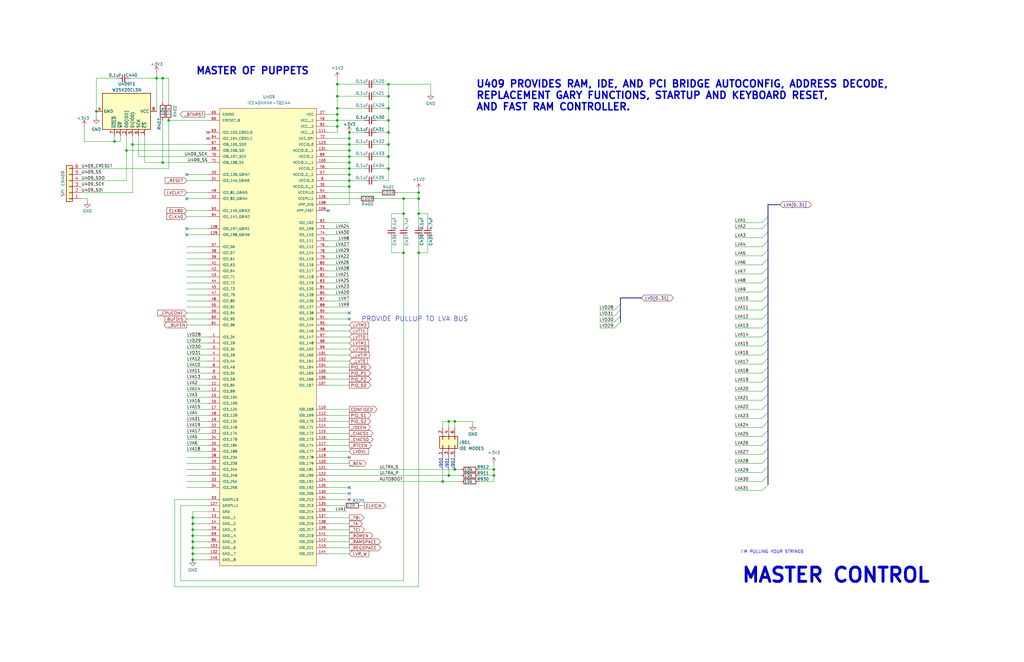
<source format=kicad_sch>
(kicad_sch (version 20231120) (generator "eeschema") (generator_version "8.0")
  (paper "B")
  (title_block (title "AMIGA PCI") (date "2024-04-30") (rev "3.0"))
  (junction (at 147.32 76.2))
  (junction (at 81.28 223.52))
  (junction (at 189.23 177.8))
  (junction (at 147.32 58.42))
  (junction (at 147.32 78.74))
  (junction (at 163.83 60.96))
  (junction (at 163.83 50.8))
  (junction (at 170.18 83.82))
  (junction (at 163.83 40.64))
  (junction (at 142.24 48.26))
  (junction (at 142.24 53.34))
  (junction (at 40.64 46.99))
  (junction (at 48.26 59.69))
  (junction (at 81.28 218.44))
  (junction (at 66.04 33.02))
  (junction (at 81.28 220.98))
  (junction (at 147.32 63.5))
  (junction (at 142.24 35.56))
  (junction (at 81.28 233.68))
  (junction (at 163.83 45.72))
  (junction (at 147.32 68.58))
  (junction (at 191.77 198.12))
  (junction (at 176.53 106.68))
  (junction (at 163.83 35.56))
  (junction (at 55.88 60.96))
  (junction (at 142.24 40.64))
  (junction (at 208.28 198.12))
  (junction (at 81.28 236.22))
  (junction (at 191.77 177.8))
  (junction (at 81.28 231.14))
  (junction (at 68.58 68.58))
  (junction (at 163.83 71.12))
  (junction (at 163.83 66.04))
  (junction (at 189.23 200.66))
  (junction (at 147.32 55.88))
  (junction (at 176.53 81.28))
  (junction (at 142.24 45.72))
  (junction (at 208.28 200.66))
  (junction (at 163.83 55.88))
  (junction (at 71.12 50.8))
  (junction (at 147.32 60.96))
  (junction (at 81.28 226.06))
  (junction (at 186.69 203.2))
  (junction (at 170.18 106.68))
  (junction (at 81.28 228.6))
  (junction (at 147.32 73.66))
  (junction (at 170.18 90.17))
  (junction (at 176.53 90.17))
  (junction (at 147.32 71.12))
  (junction (at 176.53 83.82))
  (junction (at 142.24 50.8))
  (junction (at 147.32 66.04))
  (junction (at 68.58 33.02))
  (junction (at 53.34 63.5))
  (no_connect (at 78.74 96.52))
  (no_connect (at 147.32 210.82))
  (no_connect (at 78.74 73.66))
  (no_connect (at 147.32 193.04))
  (no_connect (at 87.63 55.88))
  (no_connect (at 147.32 132.08))
  (no_connect (at 147.32 208.28))
  (no_connect (at 147.32 205.74))
  (no_connect (at 78.74 83.82))
  (no_connect (at 78.74 99.06))
  (no_connect (at 147.32 134.62))
  (no_connect (at 138.43 88.9))
  (no_connect (at 87.63 58.42))
  (bus_entry (at 321.31 176.53) (size 2.54 -2.54))
  (bus_entry (at 321.31 93.98) (size 2.54 -2.54))
  (bus_entry (at 321.31 172.72) (size 2.54 -2.54))
  (bus_entry (at 321.31 207.01) (size 2.54 -2.54))
  (bus_entry (at 321.31 146.05) (size 2.54 -2.54))
  (bus_entry (at 321.31 149.86) (size 2.54 -2.54))
  (bus_entry (at 321.31 111.76) (size 2.54 -2.54))
  (bus_entry (at 321.31 195.58) (size 2.54 -2.54))
  (bus_entry (at 321.31 96.52) (size 2.54 -2.54))
  (bus_entry (at 321.31 107.95) (size 2.54 -2.54))
  (bus_entry (at 321.31 142.24) (size 2.54 -2.54))
  (bus_entry (at 321.31 161.29) (size 2.54 -2.54))
  (bus_entry (at 321.31 187.96) (size 2.54 -2.54))
  (bus_entry (at 321.31 100.33) (size 2.54 -2.54))
  (bus_entry (at 321.31 130.81) (size 2.54 -2.54))
  (bus_entry (at 259.08 130.81) (size 2.54 -2.54))
  (bus_entry (at 321.31 134.62) (size 2.54 -2.54))
  (bus_entry (at 321.31 157.48) (size 2.54 -2.54))
  (bus_entry (at 321.31 203.2) (size 2.54 -2.54))
  (bus_entry (at 321.31 127) (size 2.54 -2.54))
  (bus_entry (at 259.08 135.89) (size 2.54 -2.54))
  (bus_entry (at 321.31 199.39) (size 2.54 -2.54))
  (bus_entry (at 321.31 180.34) (size 2.54 -2.54))
  (bus_entry (at 321.31 123.19) (size 2.54 -2.54))
  (bus_entry (at 321.31 138.43) (size 2.54 -2.54))
  (bus_entry (at 321.31 115.57) (size 2.54 -2.54))
  (bus_entry (at 321.31 191.77) (size 2.54 -2.54))
  (bus_entry (at 321.31 168.91) (size 2.54 -2.54))
  (bus_entry (at 321.31 153.67) (size 2.54 -2.54))
  (bus_entry (at 321.31 184.15) (size 2.54 -2.54))
  (bus_entry (at 321.31 119.38) (size 2.54 -2.54))
  (bus_entry (at 321.31 165.1) (size 2.54 -2.54))
  (bus_entry (at 321.31 104.14) (size 2.54 -2.54))
  (bus_entry (at 259.08 133.35) (size 2.54 -2.54))
  (bus_entry (at 259.08 138.43) (size 2.54 -2.54))
  (bus (pts (xy 323.85 120.65) (xy 323.85 124.46)))
  (wire (pts (xy 58.42 66.04) (xy 58.42 57.15)))
  (wire (pts (xy 87.63 195.58) (xy 78.74 195.58)))
  (wire (pts (xy 78.74 200.66) (xy 87.63 200.66)))
  (wire (pts (xy 147.32 205.74) (xy 138.43 205.74)))
  (wire (pts (xy 189.23 180.34) (xy 189.23 177.8)))
  (wire (pts (xy 147.32 195.58) (xy 138.43 195.58)))
  (wire (pts (xy 71.12 43.18) (xy 71.12 33.02)))
  (wire (pts (xy 138.43 71.12) (xy 147.32 71.12)))
  (wire (pts (xy 73.66 247.65) (xy 176.53 247.65)))
  (wire (pts (xy 87.63 83.82) (xy 78.74 83.82)))
  (wire (pts (xy 309.88 153.67) (xy 321.31 153.67)))
  (wire (pts (xy 34.29 83.82) (xy 36.83 83.82)))
  (wire (pts (xy 87.63 203.2) (xy 78.74 203.2)))
  (wire (pts (xy 138.43 198.12) (xy 191.77 198.12)))
  (wire (pts (xy 138.43 73.66) (xy 147.32 73.66)))
  (wire (pts (xy 78.74 116.84) (xy 87.63 116.84)))
  (wire (pts (xy 78.74 111.76) (xy 87.63 111.76)))
  (wire (pts (xy 35.56 53.34) (xy 35.56 59.69)))
  (bus (pts (xy 323.85 109.22) (xy 323.85 113.03)))
  (wire (pts (xy 309.88 203.2) (xy 321.31 203.2)))
  (wire (pts (xy 170.18 83.82) (xy 158.75 83.82)))
  (wire (pts (xy 186.69 180.34) (xy 186.69 177.8)))
  (bus (pts (xy 323.85 177.8) (xy 323.85 181.61)))
  (wire (pts (xy 87.63 88.9) (xy 78.74 88.9)))
  (wire (pts (xy 138.43 83.82) (xy 151.13 83.82)))
  (wire (pts (xy 78.74 109.22) (xy 87.63 109.22)))
  (wire (pts (xy 309.88 123.19) (xy 321.31 123.19)))
  (wire (pts (xy 147.32 182.88) (xy 138.43 182.88)))
  (bus (pts (xy 323.85 181.61) (xy 323.85 185.42)))
  (wire (pts (xy 142.24 45.72) (xy 142.24 48.26)))
  (wire (pts (xy 176.53 106.68) (xy 180.34 106.68)))
  (wire (pts (xy 73.66 210.82) (xy 87.63 210.82)))
  (wire (pts (xy 138.43 157.48) (xy 147.32 157.48)))
  (wire (pts (xy 138.43 101.6) (xy 147.32 101.6)))
  (wire (pts (xy 309.88 187.96) (xy 321.31 187.96)))
  (wire (pts (xy 81.28 218.44) (xy 81.28 220.98)))
  (wire (pts (xy 87.63 177.8) (xy 78.74 177.8)))
  (wire (pts (xy 147.32 76.2) (xy 147.32 78.74)))
  (wire (pts (xy 138.43 152.4) (xy 147.32 152.4)))
  (wire (pts (xy 252.73 130.81) (xy 259.08 130.81)))
  (wire (pts (xy 48.26 59.69) (xy 50.8 59.69)))
  (wire (pts (xy 87.63 48.26) (xy 86.36 48.26)))
  (wire (pts (xy 81.28 218.44) (xy 87.63 218.44)))
  (wire (pts (xy 66.04 33.02) (xy 54.61 33.02)))
  (wire (pts (xy 68.58 33.02) (xy 66.04 33.02)))
  (wire (pts (xy 147.32 76.2) (xy 153.67 76.2)))
  (wire (pts (xy 309.88 127) (xy 321.31 127)))
  (wire (pts (xy 163.83 40.64) (xy 163.83 35.56)))
  (wire (pts (xy 158.75 60.96) (xy 163.83 60.96)))
  (bus (pts (xy 261.62 135.89) (xy 261.62 133.35)))
  (wire (pts (xy 191.77 198.12) (xy 194.31 198.12)))
  (wire (pts (xy 309.88 184.15) (xy 321.31 184.15)))
  (wire (pts (xy 309.88 96.52) (xy 321.31 96.52)))
  (wire (pts (xy 181.61 35.56) (xy 163.83 35.56)))
  (wire (pts (xy 87.63 167.64) (xy 78.74 167.64)))
  (wire (pts (xy 147.32 68.58) (xy 147.32 71.12)))
  (wire (pts (xy 309.88 191.77) (xy 321.31 191.77)))
  (wire (pts (xy 81.28 215.9) (xy 81.28 218.44)))
  (bus (pts (xy 261.62 133.35) (xy 261.62 130.81)))
  (wire (pts (xy 87.63 76.2) (xy 78.74 76.2)))
  (wire (pts (xy 78.74 106.68) (xy 87.63 106.68)))
  (wire (pts (xy 138.43 223.52) (xy 147.32 223.52)))
  (wire (pts (xy 87.63 165.1) (xy 78.74 165.1)))
  (wire (pts (xy 147.32 55.88) (xy 153.67 55.88)))
  (wire (pts (xy 81.28 231.14) (xy 81.28 233.68)))
  (wire (pts (xy 60.96 68.58) (xy 68.58 68.58)))
  (wire (pts (xy 71.12 71.12) (xy 71.12 50.8)))
  (wire (pts (xy 309.88 168.91) (xy 321.31 168.91)))
  (wire (pts (xy 163.83 45.72) (xy 163.83 40.64)))
  (wire (pts (xy 138.43 220.98) (xy 147.32 220.98)))
  (wire (pts (xy 165.1 100.33) (xy 165.1 106.68)))
  (wire (pts (xy 163.83 50.8) (xy 163.83 45.72)))
  (wire (pts (xy 189.23 177.8) (xy 191.77 177.8)))
  (bus (pts (xy 323.85 185.42) (xy 323.85 189.23)))
  (wire (pts (xy 138.43 160.02) (xy 147.32 160.02)))
  (wire (pts (xy 138.43 154.94) (xy 147.32 154.94)))
  (wire (pts (xy 138.43 200.66) (xy 189.23 200.66)))
  (wire (pts (xy 309.88 161.29) (xy 321.31 161.29)))
  (wire (pts (xy 138.43 66.04) (xy 147.32 66.04)))
  (wire (pts (xy 138.43 60.96) (xy 147.32 60.96)))
  (wire (pts (xy 309.88 104.14) (xy 321.31 104.14)))
  (wire (pts (xy 186.69 203.2) (xy 194.31 203.2)))
  (wire (pts (xy 87.63 193.04) (xy 78.74 193.04)))
  (wire (pts (xy 170.18 245.11) (xy 76.2 245.11)))
  (wire (pts (xy 309.88 180.34) (xy 321.31 180.34)))
  (wire (pts (xy 170.18 83.82) (xy 176.53 83.82)))
  (wire (pts (xy 147.32 175.26) (xy 138.43 175.26)))
  (wire (pts (xy 55.88 57.15) (xy 55.88 60.96)))
  (wire (pts (xy 138.43 124.46) (xy 147.32 124.46)))
  (bus (pts (xy 323.85 91.44) (xy 323.85 93.98)))
  (wire (pts (xy 76.2 245.11) (xy 76.2 213.36)))
  (wire (pts (xy 147.32 63.5) (xy 147.32 66.04)))
  (wire (pts (xy 142.24 45.72) (xy 153.67 45.72)))
  (wire (pts (xy 165.1 106.68) (xy 170.18 106.68)))
  (wire (pts (xy 138.43 78.74) (xy 147.32 78.74)))
  (wire (pts (xy 147.32 177.8) (xy 138.43 177.8)))
  (wire (pts (xy 170.18 100.33) (xy 170.18 106.68)))
  (wire (pts (xy 147.32 86.36) (xy 138.43 86.36)))
  (wire (pts (xy 189.23 200.66) (xy 194.31 200.66)))
  (wire (pts (xy 48.26 57.15) (xy 48.26 59.69)))
  (wire (pts (xy 71.12 33.02) (xy 68.58 33.02)))
  (wire (pts (xy 81.28 223.52) (xy 87.63 223.52)))
  (wire (pts (xy 176.53 80.01) (xy 176.53 81.28)))
  (wire (pts (xy 36.83 83.82) (xy 36.83 85.09)))
  (wire (pts (xy 87.63 127) (xy 78.74 127)))
  (wire (pts (xy 81.28 236.22) (xy 87.63 236.22)))
  (wire (pts (xy 66.04 46.99) (xy 66.04 33.02)))
  (wire (pts (xy 40.64 33.02) (xy 49.53 33.02)))
  (wire (pts (xy 208.28 195.58) (xy 208.28 198.12)))
  (wire (pts (xy 138.43 215.9) (xy 146.05 215.9)))
  (wire (pts (xy 87.63 81.28) (xy 78.74 81.28)))
  (wire (pts (xy 138.43 93.98) (xy 147.32 93.98)))
  (bus (pts (xy 323.85 132.08) (xy 323.85 135.89)))
  (bus (pts (xy 323.85 86.36) (xy 328.93 86.36)))
  (wire (pts (xy 309.88 207.01) (xy 321.31 207.01)))
  (wire (pts (xy 87.63 175.26) (xy 78.74 175.26)))
  (wire (pts (xy 147.32 208.28) (xy 138.43 208.28)))
  (wire (pts (xy 53.34 76.2) (xy 34.29 76.2)))
  (bus (pts (xy 323.85 162.56) (xy 323.85 166.37)))
  (wire (pts (xy 138.43 185.42) (xy 147.32 185.42)))
  (wire (pts (xy 158.75 71.12) (xy 163.83 71.12)))
  (wire (pts (xy 87.63 137.16) (xy 78.74 137.16)))
  (wire (pts (xy 78.74 160.02) (xy 87.63 160.02)))
  (wire (pts (xy 78.74 149.86) (xy 87.63 149.86)))
  (wire (pts (xy 81.28 220.98) (xy 81.28 223.52)))
  (wire (pts (xy 147.32 187.96) (xy 138.43 187.96)))
  (wire (pts (xy 138.43 137.16) (xy 147.32 137.16)))
  (wire (pts (xy 138.43 218.44) (xy 147.32 218.44)))
  (wire (pts (xy 81.28 233.68) (xy 81.28 236.22)))
  (wire (pts (xy 147.32 60.96) (xy 153.67 60.96)))
  (wire (pts (xy 142.24 40.64) (xy 142.24 45.72)))
  (wire (pts (xy 309.88 100.33) (xy 321.31 100.33)))
  (wire (pts (xy 208.28 200.66) (xy 208.28 198.12)))
  (wire (pts (xy 87.63 172.72) (xy 78.74 172.72)))
  (wire (pts (xy 201.93 200.66) (xy 208.28 200.66)))
  (wire (pts (xy 309.88 134.62) (xy 321.31 134.62)))
  (bus (pts (xy 323.85 189.23) (xy 323.85 193.04)))
  (wire (pts (xy 158.75 55.88) (xy 163.83 55.88)))
  (wire (pts (xy 138.43 228.6) (xy 147.32 228.6)))
  (wire (pts (xy 170.18 106.68) (xy 170.18 245.11)))
  (wire (pts (xy 55.88 81.28) (xy 55.88 60.96)))
  (wire (pts (xy 138.43 104.14) (xy 147.32 104.14)))
  (wire (pts (xy 176.53 247.65) (xy 176.53 106.68)))
  (wire (pts (xy 138.43 226.06) (xy 147.32 226.06)))
  (wire (pts (xy 87.63 124.46) (xy 78.74 124.46)))
  (wire (pts (xy 147.32 66.04) (xy 153.67 66.04)))
  (wire (pts (xy 147.32 193.04) (xy 138.43 193.04)))
  (wire (pts (xy 147.32 73.66) (xy 147.32 76.2)))
  (wire (pts (xy 309.88 107.95) (xy 321.31 107.95)))
  (wire (pts (xy 78.74 152.4) (xy 87.63 152.4)))
  (wire (pts (xy 138.43 106.68) (xy 147.32 106.68)))
  (wire (pts (xy 87.63 96.52) (xy 78.74 96.52)))
  (wire (pts (xy 138.43 114.3) (xy 147.32 114.3)))
  (wire (pts (xy 73.66 210.82) (xy 73.66 247.65)))
  (wire (pts (xy 78.74 187.96) (xy 87.63 187.96)))
  (wire (pts (xy 68.58 50.8) (xy 68.58 68.58)))
  (wire (pts (xy 138.43 53.34) (xy 142.24 53.34)))
  (bus (pts (xy 323.85 124.46) (xy 323.85 128.27)))
  (wire (pts (xy 78.74 114.3) (xy 87.63 114.3)))
  (wire (pts (xy 40.64 49.53) (xy 40.64 46.99)))
  (wire (pts (xy 191.77 177.8) (xy 191.77 180.34)))
  (bus (pts (xy 323.85 101.6) (xy 323.85 105.41)))
  (wire (pts (xy 309.88 195.58) (xy 321.31 195.58)))
  (wire (pts (xy 142.24 50.8) (xy 142.24 53.34)))
  (wire (pts (xy 138.43 48.26) (xy 142.24 48.26)))
  (wire (pts (xy 309.88 157.48) (xy 321.31 157.48)))
  (bus (pts (xy 323.85 158.75) (xy 323.85 162.56)))
  (bus (pts (xy 323.85 116.84) (xy 323.85 120.65)))
  (wire (pts (xy 309.88 146.05) (xy 321.31 146.05)))
  (wire (pts (xy 87.63 190.5) (xy 78.74 190.5)))
  (wire (pts (xy 81.28 220.98) (xy 87.63 220.98)))
  (bus (pts (xy 323.85 113.03) (xy 323.85 116.84)))
  (wire (pts (xy 191.77 177.8) (xy 199.39 177.8)))
  (bus (pts (xy 323.85 143.51) (xy 323.85 147.32)))
  (wire (pts (xy 199.39 177.8) (xy 199.39 179.07)))
  (wire (pts (xy 309.88 111.76) (xy 321.31 111.76)))
  (wire (pts (xy 163.83 35.56) (xy 158.75 35.56)))
  (wire (pts (xy 87.63 73.66) (xy 78.74 73.66)))
  (wire (pts (xy 309.88 130.81) (xy 321.31 130.81)))
  (wire (pts (xy 309.88 115.57) (xy 321.31 115.57)))
  (wire (pts (xy 191.77 193.04) (xy 191.77 198.12)))
  (wire (pts (xy 142.24 35.56) (xy 153.67 35.56)))
  (wire (pts (xy 147.32 180.34) (xy 138.43 180.34)))
  (wire (pts (xy 34.29 81.28) (xy 55.88 81.28)))
  (wire (pts (xy 147.32 190.5) (xy 138.43 190.5)))
  (wire (pts (xy 186.69 193.04) (xy 186.69 203.2)))
  (wire (pts (xy 87.63 185.42) (xy 78.74 185.42)))
  (wire (pts (xy 138.43 127) (xy 147.32 127)))
  (wire (pts (xy 138.43 68.58) (xy 147.32 68.58)))
  (wire (pts (xy 147.32 55.88) (xy 147.32 58.42)))
  (wire (pts (xy 71.12 50.8) (xy 87.63 50.8)))
  (bus (pts (xy 323.85 170.18) (xy 323.85 173.99)))
  (wire (pts (xy 163.83 55.88) (xy 163.83 60.96)))
  (bus (pts (xy 323.85 196.85) (xy 323.85 200.66)))
  (bus (pts (xy 323.85 173.99) (xy 323.85 177.8)))
  (wire (pts (xy 147.32 78.74) (xy 147.32 86.36)))
  (wire (pts (xy 142.24 35.56) (xy 142.24 40.64)))
  (wire (pts (xy 309.88 172.72) (xy 321.31 172.72)))
  (wire (pts (xy 81.28 223.52) (xy 81.28 226.06)))
  (wire (pts (xy 87.63 147.32) (xy 78.74 147.32)))
  (wire (pts (xy 309.88 199.39) (xy 321.31 199.39)))
  (wire (pts (xy 176.53 90.17) (xy 180.34 90.17)))
  (bus (pts (xy 323.85 147.32) (xy 323.85 151.13)))
  (wire (pts (xy 81.28 226.06) (xy 87.63 226.06)))
  (wire (pts (xy 138.43 172.72) (xy 147.32 172.72)))
  (wire (pts (xy 170.18 95.25) (xy 170.18 90.17)))
  (bus (pts (xy 261.62 125.73) (xy 270.51 125.73)))
  (wire (pts (xy 170.18 90.17) (xy 170.18 83.82)))
  (wire (pts (xy 78.74 121.92) (xy 87.63 121.92)))
  (wire (pts (xy 138.43 76.2) (xy 147.32 76.2)))
  (wire (pts (xy 201.93 198.12) (xy 208.28 198.12)))
  (wire (pts (xy 87.63 129.54) (xy 78.74 129.54)))
  (wire (pts (xy 201.93 203.2) (xy 208.28 203.2)))
  (bus (pts (xy 323.85 135.89) (xy 323.85 139.7)))
  (wire (pts (xy 138.43 111.76) (xy 147.32 111.76)))
  (wire (pts (xy 78.74 119.38) (xy 87.63 119.38)))
  (wire (pts (xy 81.28 228.6) (xy 87.63 228.6)))
  (wire (pts (xy 309.88 119.38) (xy 321.31 119.38)))
  (bus (pts (xy 261.62 128.27) (xy 261.62 125.73)))
  (wire (pts (xy 176.53 106.68) (xy 176.53 100.33)))
  (wire (pts (xy 309.88 142.24) (xy 321.31 142.24)))
  (bus (pts (xy 323.85 151.13) (xy 323.85 154.94)))
  (wire (pts (xy 81.28 228.6) (xy 81.28 231.14)))
  (wire (pts (xy 87.63 154.94) (xy 78.74 154.94)))
  (wire (pts (xy 66.04 33.02) (xy 66.04 30.48)))
  (wire (pts (xy 78.74 180.34) (xy 87.63 180.34)))
  (bus (pts (xy 323.85 86.36) (xy 323.85 91.44)))
  (wire (pts (xy 78.74 142.24) (xy 87.63 142.24)))
  (wire (pts (xy 50.8 57.15) (xy 50.8 59.69)))
  (wire (pts (xy 53.34 63.5) (xy 53.34 76.2)))
  (bus (pts (xy 323.85 93.98) (xy 323.85 97.79)))
  (wire (pts (xy 147.32 233.68) (xy 138.43 233.68)))
  (bus (pts (xy 323.85 154.94) (xy 323.85 158.75)))
  (wire (pts (xy 142.24 53.34) (xy 142.24 55.88)))
  (wire (pts (xy 165.1 90.17) (xy 170.18 90.17)))
  (bus (pts (xy 323.85 166.37) (xy 323.85 170.18)))
  (wire (pts (xy 252.73 138.43) (xy 259.08 138.43)))
  (wire (pts (xy 138.43 96.52) (xy 147.32 96.52)))
  (wire (pts (xy 147.32 132.08) (xy 138.43 132.08)))
  (wire (pts (xy 138.43 121.92) (xy 147.32 121.92)))
  (wire (pts (xy 138.43 144.78) (xy 147.32 144.78)))
  (bus (pts (xy 323.85 139.7) (xy 323.85 143.51)))
  (wire (pts (xy 58.42 66.04) (xy 87.63 66.04)))
  (wire (pts (xy 142.24 40.64) (xy 153.67 40.64)))
  (wire (pts (xy 147.32 139.7) (xy 138.43 139.7)))
  (bus (pts (xy 323.85 128.27) (xy 323.85 132.08)))
  (wire (pts (xy 163.83 55.88) (xy 163.83 50.8)))
  (wire (pts (xy 87.63 134.62) (xy 78.74 134.62)))
  (wire (pts (xy 142.24 33.02) (xy 142.24 35.56)))
  (wire (pts (xy 53.34 57.15) (xy 53.34 63.5)))
  (wire (pts (xy 76.2 213.36) (xy 87.63 213.36)))
  (wire (pts (xy 138.43 129.54) (xy 147.32 129.54)))
  (wire (pts (xy 309.88 165.1) (xy 321.31 165.1)))
  (wire (pts (xy 87.63 132.08) (xy 78.74 132.08)))
  (wire (pts (xy 87.63 198.12) (xy 78.74 198.12)))
  (wire (pts (xy 158.75 76.2) (xy 163.83 76.2)))
  (wire (pts (xy 158.75 66.04) (xy 163.83 66.04)))
  (wire (pts (xy 309.88 93.98) (xy 321.31 93.98)))
  (wire (pts (xy 34.29 71.12) (xy 71.12 71.12)))
  (wire (pts (xy 189.23 193.04) (xy 189.23 200.66)))
  (wire (pts (xy 152.4 213.36) (xy 153.67 213.36)))
  (wire (pts (xy 138.43 55.88) (xy 142.24 55.88)))
  (bus (pts (xy 323.85 97.79) (xy 323.85 101.6)))
  (wire (pts (xy 35.56 59.69) (xy 48.26 59.69)))
  (wire (pts (xy 138.43 134.62) (xy 147.32 134.62)))
  (wire (pts (xy 138.43 119.38) (xy 147.32 119.38)))
  (wire (pts (xy 147.32 66.04) (xy 147.32 68.58)))
  (wire (pts (xy 78.74 157.48) (xy 87.63 157.48)))
  (wire (pts (xy 309.88 138.43) (xy 321.31 138.43)))
  (wire (pts (xy 163.83 71.12) (xy 163.83 76.2)))
  (wire (pts (xy 138.43 58.42) (xy 147.32 58.42)))
  (wire (pts (xy 180.34 90.17) (xy 180.34 95.25)))
  (wire (pts (xy 147.32 71.12) (xy 153.67 71.12)))
  (wire (pts (xy 81.28 215.9) (xy 87.63 215.9)))
  (bus (pts (xy 323.85 193.04) (xy 323.85 196.85)))
  (wire (pts (xy 252.73 133.35) (xy 259.08 133.35)))
  (wire (pts (xy 147.32 58.42) (xy 147.32 60.96)))
  (wire (pts (xy 138.43 231.14) (xy 147.32 231.14)))
  (wire (pts (xy 138.43 147.32) (xy 147.32 147.32)))
  (wire (pts (xy 163.83 60.96) (xy 163.83 66.04)))
  (wire (pts (xy 142.24 50.8) (xy 153.67 50.8)))
  (wire (pts (xy 147.32 149.86) (xy 138.43 149.86)))
  (wire (pts (xy 138.43 99.06) (xy 147.32 99.06)))
  (wire (pts (xy 138.43 162.56) (xy 147.32 162.56)))
  (wire (pts (xy 147.32 60.96) (xy 147.32 63.5)))
  (wire (pts (xy 176.53 81.28) (xy 167.64 81.28)))
  (wire (pts (xy 208.28 203.2) (xy 208.28 200.66)))
  (wire (pts (xy 78.74 162.56) (xy 87.63 162.56)))
  (wire (pts (xy 252.73 135.89) (xy 259.08 135.89)))
  (wire (pts (xy 142.24 48.26) (xy 142.24 50.8)))
  (wire (pts (xy 87.63 99.06) (xy 78.74 99.06)))
  (wire (pts (xy 176.53 95.25) (xy 176.53 90.17)))
  (wire (pts (xy 165.1 95.25) (xy 165.1 90.17)))
  (wire (pts (xy 138.43 50.8) (xy 142.24 50.8)))
  (wire (pts (xy 81.28 231.14) (xy 87.63 231.14)))
  (wire (pts (xy 53.34 63.5) (xy 87.63 63.5)))
  (wire (pts (xy 87.63 182.88) (xy 78.74 182.88)))
  (wire (pts (xy 180.34 106.68) (xy 180.34 100.33)))
  (wire (pts (xy 138.43 213.36) (xy 144.78 213.36)))
  (wire (pts (xy 40.64 46.99) (xy 40.64 33.02)))
  (wire (pts (xy 181.61 35.56) (xy 181.61 39.37)))
  (wire (pts (xy 158.75 50.8) (xy 163.83 50.8)))
  (wire (pts (xy 138.43 109.22) (xy 147.32 109.22)))
  (wire (pts (xy 147.32 71.12) (xy 147.32 73.66)))
  (wire (pts (xy 138.43 63.5) (xy 147.32 63.5)))
  (wire (pts (xy 78.74 104.14) (xy 87.63 104.14)))
  (wire (pts (xy 176.53 83.82) (xy 176.53 90.17)))
  (wire (pts (xy 309.88 149.86) (xy 321.31 149.86)))
  (wire (pts (xy 138.43 210.82) (xy 147.32 210.82)))
  (wire (pts (xy 68.58 33.02) (xy 68.58 43.18)))
  (wire (pts (xy 138.43 203.2) (xy 186.69 203.2)))
  (wire (pts (xy 87.63 91.44) (xy 78.74 91.44)))
  (wire (pts (xy 81.28 233.68) (xy 87.63 233.68)))
  (wire (pts (xy 158.75 40.64) (xy 163.83 40.64)))
  (wire (pts (xy 186.69 177.8) (xy 189.23 177.8)))
  (wire (pts (xy 163.83 66.04) (xy 163.83 71.12)))
  (wire (pts (xy 78.74 205.74) (xy 87.63 205.74)))
  (wire (pts (xy 147.32 142.24) (xy 138.43 142.24)))
  (wire (pts (xy 81.28 226.06) (xy 81.28 228.6)))
  (bus (pts (xy 261.62 130.81) (xy 261.62 128.27)))
  (wire (pts (xy 176.53 81.28) (xy 176.53 83.82)))
  (bus (pts (xy 323.85 200.66) (xy 323.85 204.47)))
  (wire (pts (xy 138.43 81.28) (xy 160.02 81.28)))
  (wire (pts (xy 60.96 68.58) (xy 60.96 57.15)))
  (bus (pts (xy 323.85 105.41) (xy 323.85 109.22)))
  (wire (pts (xy 138.43 116.84) (xy 147.32 116.84)))
  (wire (pts (xy 55.88 60.96) (xy 87.63 60.96)))
  (wire (pts (xy 68.58 68.58) (xy 87.63 68.58)))
  (wire (pts (xy 87.63 170.18) (xy 78.74 170.18)))
  (wire (pts (xy 78.74 144.78) (xy 87.63 144.78)))
  (wire (pts (xy 309.88 176.53) (xy 321.31 176.53)))
  (wire (pts (xy 158.75 45.72) (xy 163.83 45.72)))
  (text "MASTER OF PUPPETS" (at 82.55 31.75 0) (effects (font (size 3 3) (thickness 0.6) (bold yes)) (justify left bottom)))
  (text "MASTER CONTROL" (at 312.42 246.38 0) (effects (font (size 6 6) (thickness 1.2) (bold yes)) (justify left bottom)))
  (text "J902" (at 191.77 198.12 90) (effects (font (size 1.27 1.27)) (justify left bottom)))
  (text "J900" (at 186.69 198.12 90) (effects (font (size 1.27 1.27)) (justify left bottom)))
  (text "I'M PULLING YOUR STRINGS" (at 312.42 233.68 0) (effects (font (size 1.27 1.27)) (justify left bottom)))
  (text "J901" (at 189.23 198.12 90) (effects (font (size 1.27 1.27)) (justify left bottom)))
  (text "U409 PROVIDES RAM, IDE, AND PCI BRIDGE AUTOCONFIG, ADDRESS DECODE,\nREPLACEMENT GARY FUNCTIONS, STARTUP AND KEYBOARD RESET, \nAND FAST RAM CONTROLLER." (at 200.66 46.99 0) (effects (font (size 3 3) (thickness 0.6) (bold yes)) (justify left bottom)))
  (text "PROVIDE PULLUP TO LVA BUS" (at 152.4 135.89 0) (effects (font (size 2 2)) (justify left bottom)))
  (label "LVA30" (at 147.32 99.06 180))
  (label "LVA3" (at 78.74 167.64 0))
  (label "LVA27" (at 147.32 104.14 180))
  (label "LVA14" (at 78.74 165.1 0))
  (label "LVD31" (at 78.74 149.86 0))
  (label "LVA22" (at 147.32 109.22 180))
  (label "LVA26" (at 147.32 111.76 180))
  (label "U409_SS" (at 34.29 73.66 0))
  (label "LVA19" (at 309.88 161.29 0))
  (label "LVA16" (at 78.74 170.18 0))
  (label "LVA18" (at 309.88 157.48 0))
  (label "LVA27" (at 309.88 191.77 0))
  (label "U409_SDO" (at 34.29 76.2 0))
  (label "LVA4" (at 78.74 175.26 0))
  (label "LVA14" (at 309.88 142.24 0))
  (label "LVA3" (at 309.88 100.33 0))
  (label "LVA22" (at 309.88 172.72 0))
  (label "LVA29" (at 309.88 199.39 0))
  (label "LVA9" (at 309.88 123.19 0))
  (label "LVA24" (at 147.32 96.52 180))
  (label "LVA11" (at 309.88 130.81 0))
  (label "LVA10" (at 78.74 154.94 0))
  (label "LVA30" (at 309.88 203.2 0))
  (label "LVA7" (at 309.88 115.57 0))
  (label "LVA13" (at 78.74 160.02 0))
  (label "LVD31" (at 252.73 133.35 0))
  (label "LVA23" (at 309.88 176.53 0))
  (label "LVA25" (at 147.32 119.38 180))
  (label "LVA15" (at 309.88 146.05 0))
  (label "AUTOBOOT" (at 160.02 203.2 0))
  (label "LVA20" (at 309.88 165.1 0))
  (label "LVA8" (at 309.88 119.38 0))
  (label "LVA21" (at 309.88 168.91 0))
  (label "LVA24" (at 309.88 180.34 0))
  (label "LVA12" (at 309.88 134.62 0))
  (label "LVA1" (at 146.05 215.9 180))
  (label "LVA5" (at 78.74 185.42 0))
  (label "LVA9" (at 147.32 129.54 180))
  (label "LVA21" (at 147.32 116.84 180))
  (label "U409_SCK" (at 87.63 66.04 180))
  (label "LVA4" (at 309.88 104.14 0))
  (label "LVD30" (at 252.73 135.89 0))
  (label "LVA19" (at 78.74 180.34 0))
  (label "LVA6" (at 78.74 187.96 0))
  (label "LVA23" (at 147.32 121.92 180))
  (label "LVA10" (at 309.88 127 0))
  (label "U409_SCK" (at 34.29 78.74 0))
  (label "LVA5" (at 309.88 107.95 0))
  (label "LVA8" (at 147.32 101.6 180))
  (label "LVA28" (at 309.88 195.58 0))
  (label "ULTRA_P" (at 160.02 200.66 0))
  (label "U409_CRESET" (at 34.29 71.12 0))
  (label "LVA31" (at 309.88 207.01 0))
  (label "LVD28" (at 78.74 142.24 0))
  (label "LVA16" (at 309.88 149.86 0))
  (label "U409_SS" (at 87.63 68.58 180))
  (label "LVA26" (at 309.88 187.96 0))
  (label "LVA15" (at 78.74 172.72 0))
  (label "U409_SDI" (at 34.29 81.28 0))
  (label "LVA11" (at 78.74 157.48 0))
  (label "LVA17" (at 309.88 153.67 0))
  (label "LVD30" (at 78.74 147.32 0))
  (label "LVA20" (at 147.32 124.46 180))
  (label "LVA18" (at 78.74 190.5 0))
  (label "LVA29" (at 147.32 106.68 180))
  (label "LVA2" (at 78.74 162.56 0))
  (label "ULTRA_S" (at 160.02 198.12 0))
  (label "LVA31" (at 78.74 177.8 0))
  (label "LVA12" (at 78.74 152.4 0))
  (label "LVA28" (at 147.32 114.3 180))
  (label "LVD29" (at 252.73 138.43 0))
  (label "LVA2" (at 309.88 96.52 0))
  (label "LVD29" (at 78.74 144.78 0))
  (label "LVA25" (at 309.88 184.15 0))
  (label "LVA17" (at 78.74 182.88 0))
  (label "LVA1" (at 309.88 93.98 0))
  (label "LVD28" (at 252.73 130.81 0))
  (label "LVA6" (at 309.88 111.76 0))
  (label "LVA13" (at 309.88 138.43 0))
  (label "LVA7" (at 147.32 127 180))
  (global_label "BUFDIS" (shape input) (at 78.74 134.62 180) (property "Intersheetrefs" "${INTERSHEET_REFS}" (at 68.9814 134.62 0) (effects (justify right))))
  (global_label "LVD[0..31]" (shape bidirectional) (at 270.51 125.73 0) (property "Intersheetrefs" "${INTERSHEET_REFS}" (at 284.226 125.73 0) (effects (justify left))))
  (global_label "_REGSPACE" (shape output) (at 147.32 231.14 0) (effects (font (size 1.2954 1.2954))) (property "Intersheetrefs" "${INTERSHEET_REFS}" (at 161.221 231.14 0) (effects (justify left))))
  (global_label "PIO_S2" (shape output) (at 147.32 177.8 0) (property "Intersheetrefs" "${INTERSHEET_REFS}" (at 156.8971 177.8 0) (effects (justify left))))
  (global_label "CLK40" (shape input) (at 78.74 91.44 180) (property "Intersheetrefs" "${INTERSHEET_REFS}" (at 69.7677 91.44 0) (effects (justify right))))
  (global_label "LVTM0" (shape input) (at 147.32 147.32 0) (property "Intersheetrefs" "${INTERSHEET_REFS}" (at 156.0504 147.32 0) (effects (justify left))))
  (global_label "_RESET" (shape input) (at 78.74 76.2 180) (property "Intersheetrefs" "${INTERSHEET_REFS}" (at 75.438 73.406 0) (effects (justify right))))
  (global_label "CLKCIA" (shape output) (at 153.67 213.36 0) (property "Intersheetrefs" "${INTERSHEET_REFS}" (at 163.1073 213.36 0) (effects (justify left))))
  (global_label "CONFIGED" (shape output) (at 147.32 172.72 0) (property "Intersheetrefs" "${INTERSHEET_REFS}" (at 159.5392 172.72 0) (effects (justify left))))
  (global_label "_LVTIP" (shape input) (at 147.32 149.86 0) (property "Intersheetrefs" "${INTERSHEET_REFS}" (at 156.2319 149.86 0) (effects (justify left))))
  (global_label "_ROMEN" (shape output) (at 147.32 226.06 0) (property "Intersheetrefs" "${INTERSHEET_REFS}" (at 157.8042 226.06 0) (effects (justify left))))
  (global_label "_TBI" (shape output) (at 147.32 218.44 0) (property "Intersheetrefs" "${INTERSHEET_REFS}" (at 154.0358 218.44 0) (effects (justify left))))
  (global_label "PIO_S0" (shape output) (at 147.32 162.56 0) (property "Intersheetrefs" "${INTERSHEET_REFS}" (at 156.8971 162.56 0) (effects (justify left))))
  (global_label "LVTT1" (shape input) (at 147.32 139.7 0) (property "Intersheetrefs" "${INTERSHEET_REFS}" (at 155.5666 139.7 0) (effects (justify left))))
  (global_label "PIO_P0" (shape output) (at 147.32 154.94 0) (property "Intersheetrefs" "${INTERSHEET_REFS}" (at 156.9576 154.94 0) (effects (justify left))))
  (global_label "_LVTS" (shape input) (at 147.32 152.4 0) (property "Intersheetrefs" "${INTERSHEET_REFS}" (at 155.5666 152.4 0) (effects (justify left))))
  (global_label "_RAMSPACE" (shape output) (at 147.32 228.6 0) (property "Intersheetrefs" "${INTERSHEET_REFS}" (at 161.0699 228.6 0) (effects (justify left))))
  (global_label "PIO_S1" (shape output) (at 147.32 175.26 0) (property "Intersheetrefs" "${INTERSHEET_REFS}" (at 156.8971 175.26 0) (effects (justify left))))
  (global_label "_BEN" (shape output) (at 147.32 195.58 0) (property "Intersheetrefs" "${INTERSHEET_REFS}" (at 154.9429 195.58 0) (effects (justify left))))
  (global_label "_CPUCONF" (shape input) (at 78.74 132.08 180) (property "Intersheetrefs" "${INTERSHEET_REFS}" (at 65.8971 132.08 0) (effects (justify right))))
  (global_label "LVCLK7" (shape input) (at 78.74 81.28 180) (property "Intersheetrefs" "${INTERSHEET_REFS}" (at 68.8605 81.28 0) (effects (justify right))))
  (global_label "LVOVL" (shape input) (at 147.32 190.5 0) (property "Intersheetrefs" "${INTERSHEET_REFS}" (at 155.8691 190.5 0) (effects (justify left))))
  (global_label "_CIACS0" (shape output) (at 147.32 185.42 0) (property "Intersheetrefs" "${INTERSHEET_REFS}" (at 157.9252 185.42 0) (effects (justify left))))
  (global_label "PIO_P1" (shape output) (at 147.32 157.48 0) (property "Intersheetrefs" "${INTERSHEET_REFS}" (at 156.9576 157.48 0) (effects (justify left))))
  (global_label "_RTCEN" (shape output) (at 147.32 187.96 0) (property "Intersheetrefs" "${INTERSHEET_REFS}" (at 157.2599 187.96 0) (effects (justify left))))
  (global_label "_TA" (shape output) (at 147.32 220.98 0) (property "Intersheetrefs" "${INTERSHEET_REFS}" (at 153.329 220.98 0) (effects (justify left))))
  (global_label "_BUFEN" (shape output) (at 78.74 137.16 180) (property "Intersheetrefs" "${INTERSHEET_REFS}" (at 68.6186 137.16 0) (effects (justify right))))
  (global_label "LVTM1" (shape input) (at 147.32 144.78 0) (property "Intersheetrefs" "${INTERSHEET_REFS}" (at 156.0504 144.78 0) (effects (justify left))))
  (global_label "LVTM2" (shape input) (at 147.32 137.16 0) (property "Intersheetrefs" "${INTERSHEET_REFS}" (at 156.0504 137.16 0) (effects (justify left))))
  (global_label "LVR_W" (shape input) (at 147.32 233.68 0) (property "Intersheetrefs" "${INTERSHEET_REFS}" (at 156.1109 233.68 0) (effects (justify left))))
  (global_label "_CIACS1" (shape output) (at 147.32 182.88 0) (property "Intersheetrefs" "${INTERSHEET_REFS}" (at 157.9252 182.88 0) (effects (justify left))))
  (global_label "_TCI" (shape output) (at 147.32 223.52 0) (effects (font (size 1.2954 1.2954))) (property "Intersheetrefs" "${INTERSHEET_REFS}" (at 154.2507 223.52 0) (effects (justify left))))
  (global_label "_IDEEN" (shape output) (at 147.32 180.34 0) (property "Intersheetrefs" "${INTERSHEET_REFS}" (at 158.623 180.34 0) (effects (justify right))))
  (global_label "PIO_P2" (shape output) (at 147.32 160.02 0) (property "Intersheetrefs" "${INTERSHEET_REFS}" (at 156.9576 160.02 0) (effects (justify left))))
  (global_label "LVTT0" (shape input) (at 147.32 142.24 0) (property "Intersheetrefs" "${INTERSHEET_REFS}" (at 155.5666 142.24 0) (effects (justify left))))
  (global_label "_BTNRST" (shape output) (at 86.36 48.26 180) (property "Intersheetrefs" "${INTERSHEET_REFS}" (at 83.947 45.466 0) (effects (justify right))))
  (global_label "CLK80" (shape input) (at 78.74 88.9 180) (property "Intersheetrefs" "${INTERSHEET_REFS}" (at 69.7677 88.9 0) (effects (justify right))))
  (global_label "LVA[0..31]" (shape bidirectional) (at 328.93 86.36 0) (property "Intersheetrefs" "${INTERSHEET_REFS}" (at 342.265 86.233 0) (effects (justify left))))
  (symbol (lib_id "Device:C_Small") (at 156.21 66.04 90) (unit 1)
    (property "Reference" "C433" (at 162.179 64.77 90) (effects (justify left)))
    (property "Value" "0.1uF" (at 155.448 64.77 90) (effects (justify left)))
    (property "Footprint" "Capacitor_SMD:C_0603_1608Metric" (effects (hide yes)))
  )
  (symbol (lib_id "Device:C_Small") (at 156.21 50.8 90) (unit 1)
    (property "Reference" "C430" (at 162.179 49.53 90) (effects (justify left)))
    (property "Value" "0.1uF" (at 155.448 49.53 90) (effects (justify left)))
    (property "Footprint" "Capacitor_SMD:C_0603_1608Metric" (effects (hide yes)))
  )
  (symbol (lib_id "Device:C_Small") (at 165.1 97.79 0) (unit 1)
    (property "Reference" "C436" (at 166.37 103.759 90) (effects (justify left)))
    (property "Value" "0.1uF" (at 166.37 97.028 90) (effects (justify left)))
    (property "Footprint" "Capacitor_SMD:C_0603_1608Metric" (effects (hide yes)))
  )
  (symbol (lib_id "Device:R") (at 71.12 46.99 0) (unit 1)
    (property "Reference" "R402" (at 73.787 49.53 90) (effects (justify left)))
    (property "Value" "10k" (at 71.12 48.895 90) (effects (justify left)))
    (property "Footprint" "Resistor_SMD:R_0603_1608Metric" (effects (hide yes)))
  )
  (symbol (lib_id "Device:R") (at 68.58 46.99 0) (unit 1)
    (property "Reference" "R403" (at 67.183 54.864 90) (effects (justify left)))
    (property "Value" "10k" (at 68.58 48.895 90) (effects (justify left)))
    (property "Footprint" "Resistor_SMD:R_0603_1608Metric" (effects (hide yes)))
  )
  (symbol (lib_id "power:+3V3") (at 208.28 195.58 0) (mirror y) (unit 1)
    (property "Reference" "#PWR0226" (effects (hide yes)))
    (property "Value" "+3V3" (at 208.28 191.008 0))
  )
  (symbol (lib_id "Device:R") (at 148.59 213.36 90) (mirror x) (unit 1)
    (property "Reference" "R220" (at 153.67 211.328 90) (effects (justify left)))
    (property "Value" "22R" (at 149.86 213.36 90) (effects (justify left)))
    (property "Footprint" "Resistor_SMD:R_0603_1608Metric" (effects (hide yes)))
  )
  (symbol (lib_id "power:+3V3") (at 66.04 30.48 0) (unit 1)
    (property "Reference" "#PWR0234" (effects (hide yes)))
    (property "Value" "+3V3" (at 66.04 27.051 0))
  )
  (symbol (lib_id "Device:C_Small") (at 176.53 97.79 0) (unit 1)
    (property "Reference" "C438" (at 177.8 103.759 90) (effects (justify left)))
    (property "Value" "0.1uF" (at 177.8 97.028 90) (effects (justify left)))
    (property "Footprint" "Capacitor_SMD:C_0603_1608Metric" (effects (hide yes)))
  )
  (symbol (lib_id "power:GND") (at 36.83 85.09 0) (unit 1)
    (property "Reference" "#PWR0201" (effects (hide yes)))
    (property "Value" "GND" (at 36.83 89.027 0))
  )
  (symbol (lib_id "power:GND") (at 199.39 179.07 0) (mirror y) (unit 1)
    (property "Reference" "#PWR06" (effects (hide yes)))
    (property "Value" "GND" (at 199.39 183.2055 0))
  )
  (symbol (lib_id "Device:C_Small") (at 156.21 76.2 90) (unit 1)
    (property "Reference" "C435" (at 162.179 74.93 90) (effects (justify left)))
    (property "Value" "0.1uF" (at 155.448 74.93 90) (effects (justify left)))
    (property "Footprint" "Capacitor_SMD:C_0603_1608Metric" (effects (hide yes)))
  )
  (symbol (lib_id "Device:C_Small") (at 52.07 33.02 90) (unit 1)
    (property "Reference" "C440" (at 58.039 31.75 90) (effects (justify left)))
    (property "Value" "0.1uF" (at 51.308 31.75 90) (effects (justify left)))
    (property "Footprint" "Capacitor_SMD:C_0603_1608Metric" (effects (hide yes)))
  )
  (symbol (lib_id "Device:C_Small") (at 156.21 40.64 90) (unit 1)
    (property "Reference" "C421" (at 162.179 39.37 90) (effects (justify left)))
    (property "Value" "0.1uF" (at 155.448 39.37 90) (effects (justify left)))
    (property "Footprint" "Capacitor_SMD:C_0603_1608Metric" (effects (hide yes)))
  )
  (symbol (lib_id "power:+1V2") (at 176.53 80.01 0) (unit 1)
    (property "Reference" "#PWR024" (effects (hide yes)))
    (property "Value" "+1V2" (at 176.53 75.692 0))
  )
  (symbol (lib_id "Memory_Flash:W25X20CLSN") (at 53.34 46.99 270) (mirror x) (unit 1)
    (property "Reference" "U409F1" (at 53.467 35.433 90))
    (property "Value" "W25X20CLSN" (at 53.467 37.973 90))
    (property "Footprint" "Package_SO:SOIC-8_3.9x4.9mm_P1.27mm" (effects (hide yes)))
    (property "Datasheet" "https://www.winbond.com/resource-files/w25x20cl_revf%2020150806.pdf" (effects (hide yes)))
  )
  (symbol (lib_id "Device:R") (at 198.12 203.2 90) (mirror x) (unit 1)
    (property "Reference" "R930" (at 206.248 202.184 90) (effects (justify left)))
    (property "Value" "10k" (at 199.39 203.2 90) (effects (justify left)))
    (property "Footprint" "Resistor_SMD:R_0603_1608Metric" (effects (hide yes)))
  )
  (symbol (lib_id "power:+3V3") (at 147.32 55.88 0) (unit 1)
    (property "Reference" "#PWR025" (effects (hide yes)))
    (property "Value" "+3V3" (at 147.32 52.451 0))
  )
  (symbol (lib_id "Device:C_Small") (at 156.21 71.12 90) (unit 1)
    (property "Reference" "C434" (at 162.179 69.85 90) (effects (justify left)))
    (property "Value" "0.1uF" (at 155.448 69.85 90) (effects (justify left)))
    (property "Footprint" "Capacitor_SMD:C_0603_1608Metric" (effects (hide yes)))
  )
  (symbol (lib_id "Device:C_Small") (at 156.21 45.72 90) (unit 1)
    (property "Reference" "C429" (at 162.179 44.45 90) (effects (justify left)))
    (property "Value" "0.1uF" (at 155.448 44.45 90) (effects (justify left)))
    (property "Footprint" "Capacitor_SMD:C_0603_1608Metric" (effects (hide yes)))
  )
  (symbol (lib_id "Device:R") (at 198.12 200.66 90) (unit 1)
    (property "Reference" "R911" (at 206.248 199.644 90) (effects (justify left)))
    (property "Value" "10k" (at 199.39 200.66 90) (effects (justify left)))
    (property "Footprint" "Resistor_SMD:R_0603_1608Metric" (effects (hide yes)))
  )
  (symbol (lib_id "power:GND") (at 81.28 236.22 0) (unit 1)
    (property "Reference" "#PWR027" (effects (hide yes)))
    (property "Value" "GND" (at 81.28 240.538 0))
  )
  (symbol (lib_id "power:+1V2") (at 142.24 33.02 0) (unit 1)
    (property "Reference" "#PWR026" (effects (hide yes)))
    (property "Value" "+1V2" (at 142.24 28.702 0))
  )
  (symbol (lib_id "Device:C_Small") (at 170.18 97.79 0) (unit 1)
    (property "Reference" "C437" (at 171.45 103.759 90) (effects (justify left)))
    (property "Value" "4.7uF" (at 171.45 97.028 90) (effects (justify left)))
    (property "Footprint" "Capacitor_SMD:C_0603_1608Metric" (effects (hide yes)))
  )
  (symbol (lib_id "power:GND") (at 40.64 49.53 0) (unit 1)
    (property "Reference" "#PWR0129" (effects (hide yes)))
    (property "Value" "GND" (at 40.64 54.61 0))
  )
  (symbol (lib_id "Device:C_Small") (at 156.21 35.56 90) (unit 1)
    (property "Reference" "C420" (at 162.179 34.29 90) (effects (justify left)))
    (property "Value" "0.1uF" (at 155.448 34.29 90) (effects (justify left)))
    (property "Footprint" "Capacitor_SMD:C_0603_1608Metric" (effects (hide yes)))
  )
  (symbol (lib_id "Device:R") (at 163.83 81.28 270) (mirror x) (unit 1)
    (property "Reference" "R401" (at 161.29 78.994 90) (effects (justify left)))
    (property "Value" "100R" (at 161.29 81.28 90) (effects (justify left)))
    (property "Footprint" "Resistor_SMD:R_0603_1608Metric" (effects (hide yes)))
  )
  (symbol (lib_id "Device:C_Small") (at 180.34 97.79 0) (unit 1)
    (property "Reference" "C439" (at 181.61 103.759 90) (effects (justify left)))
    (property "Value" "4.7uF" (at 181.61 97.028 90) (effects (justify left)))
    (property "Footprint" "Capacitor_SMD:C_0603_1608Metric" (effects (hide yes)))
  )
  (symbol (lib_id "AmigaPCI-Symbols:ICE40HX4K-TQ144") (at 113.03 134.62 0) (unit 1)
    (property "Reference" "U409" (at 113.411 40.894 0))
    (property "Value" "ICE40HX4K-TQ144" (at 113.411 43.434 0))
    (property "Footprint" "Package_QFP:LQFP-144_20x20mm_P0.5mm" (effects (hide yes)))
    (property "Description" "IC FPGA 107 I/O 144TQFP" (effects (hide yes)))
    (property "MF" "Lattice Semiconductor" (effects (hide yes)))
    (property "Package" "TQFP-144 Lattice Semiconductor" (effects (hide yes)))
    (property "Price" "None" (effects (hide yes)))
    (property "MP" "ICE40HX4K-TQ144" (effects (hide yes)))
    (property "Availability" "Unavailable" (effects (hide yes)))
  )
  (symbol (lib_id "Connector_Generic:Conn_02x03_Odd_Even") (at 189.23 187.96 90) (unit 1)
    (property "Reference" "J901" (at 193.548 186.69 90) (effects (justify right)))
    (property "Value" "IDE MODES" (at 193.548 189.23 90) (effects (justify right)))
    (property "Footprint" "Connector_PinHeader_2.54mm:PinHeader_2x03_P2.54mm_Vertical" (effects (hide yes)))
  )
  (symbol (lib_id "Device:R") (at 198.12 198.12 90) (unit 1)
    (property "Reference" "R912" (at 206.248 197.104 90) (effects (justify left)))
    (property "Value" "10k" (at 199.39 198.12 90) (effects (justify left)))
    (property "Footprint" "Resistor_SMD:R_0603_1608Metric" (effects (hide yes)))
  )
  (symbol (lib_id "power:+3V3") (at 35.56 53.34 0) (unit 1)
    (property "Reference" "#PWR0188" (effects (hide yes)))
    (property "Value" "+3V3" (at 35.052 49.911 0))
  )
  (symbol (lib_id "Connector_Generic:Conn_01x06") (at 29.21 78.74 180) (unit 1) (in_bom no)
    (property "Reference" "CN409" (at 26.543 75.311 90))
    (property "Value" "SPI" (at 26.543 81.407 90))
    (property "Footprint" "Connector_PinHeader_2.54mm:PinHeader_2x03_P2.54mm_Vertical" (effects (hide yes)))
  )
  (symbol (lib_id "Device:C_Small") (at 156.21 55.88 90) (unit 1)
    (property "Reference" "C431" (at 162.179 54.61 90) (effects (justify left)))
    (property "Value" "0.1uF" (at 155.448 54.61 90) (effects (justify left)))
    (property "Footprint" "Capacitor_SMD:C_0603_1608Metric" (effects (hide yes)))
  )
  (symbol (lib_id "Device:C_Small") (at 156.21 60.96 90) (unit 1)
    (property "Reference" "C432" (at 162.179 59.69 90) (effects (justify left)))
    (property "Value" "0.1uF" (at 155.448 59.69 90) (effects (justify left)))
    (property "Footprint" "Capacitor_SMD:C_0603_1608Metric" (effects (hide yes)))
  )
  (symbol (lib_id "Device:R") (at 154.94 83.82 270) (unit 1)
    (property "Reference" "R400" (at 152.4 86.106 90) (effects (justify left)))
    (property "Value" "100R" (at 152.4 83.82 90) (effects (justify left)))
    (property "Footprint" "Resistor_SMD:R_0603_1608Metric" (effects (hide yes)))
  )
  (symbol (lib_id "power:GND") (at 181.61 39.37 0) (unit 1)
    (property "Reference" "#PWR0194" (effects (hide yes)))
    (property "Value" "GND" (at 181.61 43.688 0))
  )
)
</source>
